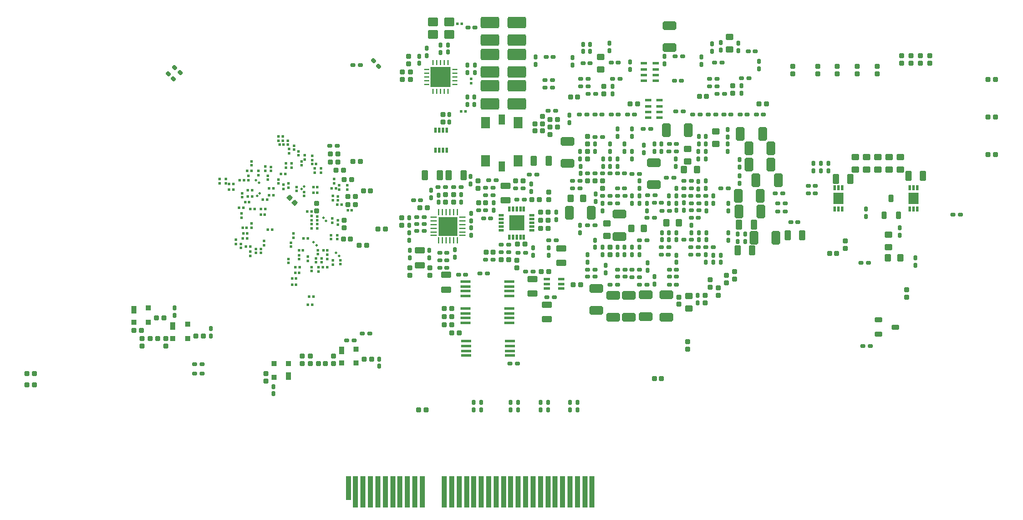
<source format=gbp>
G04 Layer_Color=128*
%FSLAX44Y44*%
%MOMM*%
G71*
G01*
G75*
G04:AMPARAMS|DCode=17|XSize=0.5mm|YSize=0.6mm|CornerRadius=0.05mm|HoleSize=0mm|Usage=FLASHONLY|Rotation=90.000|XOffset=0mm|YOffset=0mm|HoleType=Round|Shape=RoundedRectangle|*
%AMROUNDEDRECTD17*
21,1,0.5000,0.5000,0,0,90.0*
21,1,0.4000,0.6000,0,0,90.0*
1,1,0.1000,0.2500,0.2000*
1,1,0.1000,0.2500,-0.2000*
1,1,0.1000,-0.2500,-0.2000*
1,1,0.1000,-0.2500,0.2000*
%
%ADD17ROUNDEDRECTD17*%
G04:AMPARAMS|DCode=20|XSize=0.5mm|YSize=0.6mm|CornerRadius=0.05mm|HoleSize=0mm|Usage=FLASHONLY|Rotation=0.000|XOffset=0mm|YOffset=0mm|HoleType=Round|Shape=RoundedRectangle|*
%AMROUNDEDRECTD20*
21,1,0.5000,0.5000,0,0,0.0*
21,1,0.4000,0.6000,0,0,0.0*
1,1,0.1000,0.2000,-0.2500*
1,1,0.1000,-0.2000,-0.2500*
1,1,0.1000,-0.2000,0.2500*
1,1,0.1000,0.2000,0.2500*
%
%ADD20ROUNDEDRECTD20*%
G04:AMPARAMS|DCode=22|XSize=0.5mm|YSize=0.6mm|CornerRadius=0.05mm|HoleSize=0mm|Usage=FLASHONLY|Rotation=45.000|XOffset=0mm|YOffset=0mm|HoleType=Round|Shape=RoundedRectangle|*
%AMROUNDEDRECTD22*
21,1,0.5000,0.5000,0,0,45.0*
21,1,0.4000,0.6000,0,0,45.0*
1,1,0.1000,0.3182,-0.0354*
1,1,0.1000,0.0354,-0.3182*
1,1,0.1000,-0.3182,0.0354*
1,1,0.1000,-0.0354,0.3182*
%
%ADD22ROUNDEDRECTD22*%
G04:AMPARAMS|DCode=27|XSize=1mm|YSize=0.9mm|CornerRadius=0.1125mm|HoleSize=0mm|Usage=FLASHONLY|Rotation=0.000|XOffset=0mm|YOffset=0mm|HoleType=Round|Shape=RoundedRectangle|*
%AMROUNDEDRECTD27*
21,1,1.0000,0.6750,0,0,0.0*
21,1,0.7750,0.9000,0,0,0.0*
1,1,0.2250,0.3875,-0.3375*
1,1,0.2250,-0.3875,-0.3375*
1,1,0.2250,-0.3875,0.3375*
1,1,0.2250,0.3875,0.3375*
%
%ADD27ROUNDEDRECTD27*%
G04:AMPARAMS|DCode=28|XSize=0.6mm|YSize=0.6mm|CornerRadius=0.06mm|HoleSize=0mm|Usage=FLASHONLY|Rotation=90.000|XOffset=0mm|YOffset=0mm|HoleType=Round|Shape=RoundedRectangle|*
%AMROUNDEDRECTD28*
21,1,0.6000,0.4800,0,0,90.0*
21,1,0.4800,0.6000,0,0,90.0*
1,1,0.1200,0.2400,0.2400*
1,1,0.1200,0.2400,-0.2400*
1,1,0.1200,-0.2400,-0.2400*
1,1,0.1200,-0.2400,0.2400*
%
%ADD28ROUNDEDRECTD28*%
%ADD33R,0.3000X0.7000*%
%ADD34R,0.7000X0.3000*%
G04:AMPARAMS|DCode=36|XSize=0.6mm|YSize=0.6mm|CornerRadius=0.06mm|HoleSize=0mm|Usage=FLASHONLY|Rotation=0.000|XOffset=0mm|YOffset=0mm|HoleType=Round|Shape=RoundedRectangle|*
%AMROUNDEDRECTD36*
21,1,0.6000,0.4800,0,0,0.0*
21,1,0.4800,0.6000,0,0,0.0*
1,1,0.1200,0.2400,-0.2400*
1,1,0.1200,-0.2400,-0.2400*
1,1,0.1200,-0.2400,0.2400*
1,1,0.1200,0.2400,0.2400*
%
%ADD36ROUNDEDRECTD36*%
G04:AMPARAMS|DCode=41|XSize=1.3mm|YSize=0.8mm|CornerRadius=0.1mm|HoleSize=0mm|Usage=FLASHONLY|Rotation=90.000|XOffset=0mm|YOffset=0mm|HoleType=Round|Shape=RoundedRectangle|*
%AMROUNDEDRECTD41*
21,1,1.3000,0.6000,0,0,90.0*
21,1,1.1000,0.8000,0,0,90.0*
1,1,0.2000,0.3000,0.5500*
1,1,0.2000,0.3000,-0.5500*
1,1,0.2000,-0.3000,-0.5500*
1,1,0.2000,-0.3000,0.5500*
%
%ADD41ROUNDEDRECTD41*%
G04:AMPARAMS|DCode=50|XSize=1.8mm|YSize=1.15mm|CornerRadius=0.1437mm|HoleSize=0mm|Usage=FLASHONLY|Rotation=0.000|XOffset=0mm|YOffset=0mm|HoleType=Round|Shape=RoundedRectangle|*
%AMROUNDEDRECTD50*
21,1,1.8000,0.8625,0,0,0.0*
21,1,1.5125,1.1500,0,0,0.0*
1,1,0.2875,0.7562,-0.4313*
1,1,0.2875,-0.7562,-0.4313*
1,1,0.2875,-0.7562,0.4313*
1,1,0.2875,0.7562,0.4313*
%
%ADD50ROUNDEDRECTD50*%
G04:AMPARAMS|DCode=51|XSize=1.3mm|YSize=0.8mm|CornerRadius=0.1mm|HoleSize=0mm|Usage=FLASHONLY|Rotation=180.000|XOffset=0mm|YOffset=0mm|HoleType=Round|Shape=RoundedRectangle|*
%AMROUNDEDRECTD51*
21,1,1.3000,0.6000,0,0,180.0*
21,1,1.1000,0.8000,0,0,180.0*
1,1,0.2000,-0.5500,0.3000*
1,1,0.2000,0.5500,0.3000*
1,1,0.2000,0.5500,-0.3000*
1,1,0.2000,-0.5500,-0.3000*
%
%ADD51ROUNDEDRECTD51*%
G04:AMPARAMS|DCode=59|XSize=0.6mm|YSize=0.6mm|CornerRadius=0.06mm|HoleSize=0mm|Usage=FLASHONLY|Rotation=45.000|XOffset=0mm|YOffset=0mm|HoleType=Round|Shape=RoundedRectangle|*
%AMROUNDEDRECTD59*
21,1,0.6000,0.4800,0,0,45.0*
21,1,0.4800,0.6000,0,0,45.0*
1,1,0.1200,0.3394,0.0000*
1,1,0.1200,0.0000,-0.3394*
1,1,0.1200,-0.3394,0.0000*
1,1,0.1200,0.0000,0.3394*
%
%ADD59ROUNDEDRECTD59*%
G04:AMPARAMS|DCode=67|XSize=1.8mm|YSize=1.15mm|CornerRadius=0.1437mm|HoleSize=0mm|Usage=FLASHONLY|Rotation=270.000|XOffset=0mm|YOffset=0mm|HoleType=Round|Shape=RoundedRectangle|*
%AMROUNDEDRECTD67*
21,1,1.8000,0.8625,0,0,270.0*
21,1,1.5125,1.1500,0,0,270.0*
1,1,0.2875,-0.4313,-0.7562*
1,1,0.2875,-0.4313,0.7562*
1,1,0.2875,0.4313,0.7562*
1,1,0.2875,0.4313,-0.7562*
%
%ADD67ROUNDEDRECTD67*%
%ADD69R,0.7000X4.2000*%
%ADD70R,0.7000X3.2000*%
G04:AMPARAMS|DCode=75|XSize=1mm|YSize=0.9mm|CornerRadius=0.1125mm|HoleSize=0mm|Usage=FLASHONLY|Rotation=90.000|XOffset=0mm|YOffset=0mm|HoleType=Round|Shape=RoundedRectangle|*
%AMROUNDEDRECTD75*
21,1,1.0000,0.6750,0,0,90.0*
21,1,0.7750,0.9000,0,0,90.0*
1,1,0.2250,0.3375,0.3875*
1,1,0.2250,0.3375,-0.3875*
1,1,0.2250,-0.3375,-0.3875*
1,1,0.2250,-0.3375,0.3875*
%
%ADD75ROUNDEDRECTD75*%
%ADD82R,0.9500X0.4000*%
%ADD130R,0.7000X1.0000*%
%ADD131R,0.7000X0.7000*%
%ADD132R,0.8500X0.4000*%
%ADD133R,1.3500X1.6500*%
G04:AMPARAMS|DCode=134|XSize=0.6mm|YSize=1mm|CornerRadius=0.075mm|HoleSize=0mm|Usage=FLASHONLY|Rotation=180.000|XOffset=0mm|YOffset=0mm|HoleType=Round|Shape=RoundedRectangle|*
%AMROUNDEDRECTD134*
21,1,0.6000,0.8500,0,0,180.0*
21,1,0.4500,1.0000,0,0,180.0*
1,1,0.1500,-0.2250,0.4250*
1,1,0.1500,0.2250,0.4250*
1,1,0.1500,0.2250,-0.4250*
1,1,0.1500,-0.2250,-0.4250*
%
%ADD134ROUNDEDRECTD134*%
%ADD135R,0.3500X0.3000*%
%ADD136R,0.3000X0.3500*%
%ADD137R,2.1000X2.1000*%
%ADD138R,1.2000X1.5000*%
%ADD139R,0.9000X1.4000*%
G04:AMPARAMS|DCode=140|XSize=0.3mm|YSize=0.35mm|CornerRadius=0mm|HoleSize=0mm|Usage=FLASHONLY|Rotation=315.000|XOffset=0mm|YOffset=0mm|HoleType=Round|Shape=Rectangle|*
%AMROTATEDRECTD140*
4,1,4,-0.2298,-0.0177,0.0177,0.2298,0.2298,0.0177,-0.0177,-0.2298,-0.2298,-0.0177,0.0*
%
%ADD140ROTATEDRECTD140*%

G04:AMPARAMS|DCode=141|XSize=0.3mm|YSize=0.35mm|CornerRadius=0mm|HoleSize=0mm|Usage=FLASHONLY|Rotation=45.000|XOffset=0mm|YOffset=0mm|HoleType=Round|Shape=Rectangle|*
%AMROTATEDRECTD141*
4,1,4,0.0177,-0.2298,-0.2298,0.0177,-0.0177,0.2298,0.2298,-0.0177,0.0177,-0.2298,0.0*
%
%ADD141ROTATEDRECTD141*%

G04:AMPARAMS|DCode=142|XSize=1.4mm|YSize=1.2mm|CornerRadius=0.15mm|HoleSize=0mm|Usage=FLASHONLY|Rotation=180.000|XOffset=0mm|YOffset=0mm|HoleType=Round|Shape=RoundedRectangle|*
%AMROUNDEDRECTD142*
21,1,1.4000,0.9000,0,0,180.0*
21,1,1.1000,1.2000,0,0,180.0*
1,1,0.3000,-0.5500,0.4500*
1,1,0.3000,0.5500,0.4500*
1,1,0.3000,0.5500,-0.4500*
1,1,0.3000,-0.5500,-0.4500*
%
%ADD142ROUNDEDRECTD142*%
%ADD143R,2.6000X2.6000*%
%ADD144O,0.9000X0.2500*%
%ADD145O,0.2500X0.9000*%
%ADD146R,1.4000X0.4500*%
%ADD147R,2.7000X2.7000*%
%ADD148R,0.8000X0.2500*%
%ADD149R,0.2500X0.8000*%
G04:AMPARAMS|DCode=150|XSize=0.6mm|YSize=1mm|CornerRadius=0.075mm|HoleSize=0mm|Usage=FLASHONLY|Rotation=90.000|XOffset=0mm|YOffset=0mm|HoleType=Round|Shape=RoundedRectangle|*
%AMROUNDEDRECTD150*
21,1,0.6000,0.8500,0,0,90.0*
21,1,0.4500,1.0000,0,0,90.0*
1,1,0.1500,0.4250,0.2250*
1,1,0.1500,0.4250,-0.2250*
1,1,0.1500,-0.4250,-0.2250*
1,1,0.1500,-0.4250,0.2250*
%
%ADD150ROUNDEDRECTD150*%
G04:AMPARAMS|DCode=151|XSize=2.5mm|YSize=1.5mm|CornerRadius=0.1875mm|HoleSize=0mm|Usage=FLASHONLY|Rotation=0.000|XOffset=0mm|YOffset=0mm|HoleType=Round|Shape=RoundedRectangle|*
%AMROUNDEDRECTD151*
21,1,2.5000,1.1250,0,0,0.0*
21,1,2.1250,1.5000,0,0,0.0*
1,1,0.3750,1.0625,-0.5625*
1,1,0.3750,-1.0625,-0.5625*
1,1,0.3750,-1.0625,0.5625*
1,1,0.3750,1.0625,0.5625*
%
%ADD151ROUNDEDRECTD151*%
D17*
X473106Y613106D02*
D03*
X463106D02*
D03*
X464500Y240250D02*
D03*
X454500Y240250D02*
D03*
X248450Y195750D02*
D03*
X258450D02*
D03*
X248450Y208250D02*
D03*
X258450D02*
D03*
X485500Y249250D02*
D03*
X475500D02*
D03*
X656500Y456750D02*
D03*
X646500D02*
D03*
X634750Y330750D02*
D03*
X644750D02*
D03*
X907500Y591750D02*
D03*
X897500D02*
D03*
X732750Y582000D02*
D03*
X722750D02*
D03*
X732750Y592250D02*
D03*
X722750D02*
D03*
X770250Y455750D02*
D03*
X760250D02*
D03*
X850500Y465750D02*
D03*
X840500D02*
D03*
X770250Y445750D02*
D03*
X760250D02*
D03*
X865750Y526750D02*
D03*
X855750D02*
D03*
X618226Y663985D02*
D03*
X628226D02*
D03*
X649250Y405750D02*
D03*
X639250D02*
D03*
X642500Y436750D02*
D03*
X652500D02*
D03*
X642500Y446750D02*
D03*
X652500D02*
D03*
X642500Y416250D02*
D03*
X632500D02*
D03*
X738000Y375750D02*
D03*
X728000D02*
D03*
X652500Y349500D02*
D03*
X642500D02*
D03*
X673250Y359500D02*
D03*
X663250D02*
D03*
X696000Y358500D02*
D03*
X686000D02*
D03*
X673250Y369500D02*
D03*
X663250D02*
D03*
X559500Y397500D02*
D03*
X549500D02*
D03*
X684500Y431000D02*
D03*
X694500D02*
D03*
X692750Y445750D02*
D03*
X682750D02*
D03*
X599250Y447500D02*
D03*
X609250D02*
D03*
X554500Y430000D02*
D03*
X544500D02*
D03*
X1160250Y345500D02*
D03*
X1150250D02*
D03*
X431248Y503243D02*
D03*
X441248Y503243D02*
D03*
X605500Y329000D02*
D03*
X615500D02*
D03*
X588250Y447500D02*
D03*
X578250D02*
D03*
X844000Y545500D02*
D03*
X834000D02*
D03*
X822000Y545500D02*
D03*
X812000D02*
D03*
X790000Y545500D02*
D03*
X800000D02*
D03*
X769000Y545500D02*
D03*
X779000D02*
D03*
X726750Y550750D02*
D03*
X736750D02*
D03*
X781000Y574000D02*
D03*
X791000D02*
D03*
X824250Y594250D02*
D03*
X814250D02*
D03*
X812000Y616000D02*
D03*
X822000D02*
D03*
X771000Y594000D02*
D03*
X781000D02*
D03*
Y584000D02*
D03*
X771000D02*
D03*
X734000Y624000D02*
D03*
X724000D02*
D03*
X899500Y550500D02*
D03*
X909500D02*
D03*
X953500Y546000D02*
D03*
X943500D02*
D03*
X932500D02*
D03*
X922500D02*
D03*
X964500Y546000D02*
D03*
X974500D02*
D03*
X996500Y546000D02*
D03*
X986500D02*
D03*
X1018500Y546000D02*
D03*
X1008500D02*
D03*
X965500Y574000D02*
D03*
X955500D02*
D03*
X998750Y594750D02*
D03*
X988750D02*
D03*
X945500Y584000D02*
D03*
X955500D02*
D03*
X945500Y594000D02*
D03*
X955500D02*
D03*
X908500Y624500D02*
D03*
X898500D02*
D03*
X962000Y616000D02*
D03*
X952000D02*
D03*
X1007500Y631500D02*
D03*
X997500D02*
D03*
X725390Y298570D02*
D03*
X735390D02*
D03*
X706610Y333600D02*
D03*
X696610D02*
D03*
X890250Y366250D02*
D03*
X880250D02*
D03*
X920500Y376250D02*
D03*
X910500D02*
D03*
X821000Y436000D02*
D03*
X831000D02*
D03*
X920250Y356250D02*
D03*
X930250D02*
D03*
X800500Y435500D02*
D03*
X810500D02*
D03*
X930250Y435750D02*
D03*
X940250D02*
D03*
X820500Y466000D02*
D03*
X830500D02*
D03*
X920250Y436000D02*
D03*
X910250D02*
D03*
X890750Y505750D02*
D03*
X900750D02*
D03*
X790500Y466000D02*
D03*
X780500D02*
D03*
X920500Y406000D02*
D03*
X930500D02*
D03*
X820750Y326250D02*
D03*
X830750D02*
D03*
X910750Y455750D02*
D03*
X920750D02*
D03*
X870750Y406000D02*
D03*
X860750D02*
D03*
X810500Y466000D02*
D03*
X800500D02*
D03*
X880500Y426250D02*
D03*
X870500D02*
D03*
X850750Y326000D02*
D03*
X840750D02*
D03*
X810750Y425750D02*
D03*
X820750D02*
D03*
X890500Y496000D02*
D03*
X900500D02*
D03*
X850750Y336000D02*
D03*
X840750D02*
D03*
X810750Y316000D02*
D03*
X820750D02*
D03*
X890750Y336000D02*
D03*
X900750D02*
D03*
X830750Y336250D02*
D03*
X820750D02*
D03*
X890750Y326250D02*
D03*
X900750D02*
D03*
X790500D02*
D03*
X780500D02*
D03*
X890750Y315750D02*
D03*
X900750D02*
D03*
X780500Y336000D02*
D03*
X790500D02*
D03*
X860500Y316000D02*
D03*
X850500D02*
D03*
X860250Y376000D02*
D03*
X850250D02*
D03*
X780500Y396000D02*
D03*
X790500D02*
D03*
X920500Y445750D02*
D03*
X910500D02*
D03*
X931000Y416250D02*
D03*
X921000D02*
D03*
X920750Y425750D02*
D03*
X930750D02*
D03*
X891250Y415750D02*
D03*
X881250D02*
D03*
X871250Y436250D02*
D03*
X861250D02*
D03*
X940250Y366250D02*
D03*
X950250D02*
D03*
X800750Y515750D02*
D03*
X790750D02*
D03*
X930250Y366250D02*
D03*
X920250D02*
D03*
X879750Y356250D02*
D03*
X889750D02*
D03*
X1055000Y400250D02*
D03*
X1065000D02*
D03*
X1047975Y414395D02*
D03*
X1037975D02*
D03*
X1047975Y425865D02*
D03*
X1037975D02*
D03*
X1078750Y449250D02*
D03*
X1088750D02*
D03*
X1078750Y439250D02*
D03*
X1088750D02*
D03*
X784000Y615000D02*
D03*
X774000D02*
D03*
X1275000Y410250D02*
D03*
X1285000D02*
D03*
X1162500Y232500D02*
D03*
X1152500Y232500D02*
D03*
X701750Y464750D02*
D03*
X711750D02*
D03*
X559500Y406750D02*
D03*
X549500D02*
D03*
X580000Y348750D02*
D03*
X590000D02*
D03*
X559500Y388000D02*
D03*
X549500D02*
D03*
X685000Y209000D02*
D03*
X675000D02*
D03*
X820500Y446000D02*
D03*
X830500D02*
D03*
X1034500Y439000D02*
D03*
X1044500D02*
D03*
X960500Y445750D02*
D03*
X970500D02*
D03*
X896750Y460000D02*
D03*
X886750D02*
D03*
X590000Y358750D02*
D03*
X580000D02*
D03*
X590000Y338750D02*
D03*
X580000D02*
D03*
D20*
X270500Y256000D02*
D03*
Y246000D02*
D03*
X221000Y284000D02*
D03*
Y274000D02*
D03*
X498500Y215250D02*
D03*
X498500Y205250D02*
D03*
X355500Y178000D02*
D03*
X355500Y168000D02*
D03*
X840500Y516000D02*
D03*
Y526000D02*
D03*
X810500Y496250D02*
D03*
Y506250D02*
D03*
X627515Y612500D02*
D03*
X627515Y602500D02*
D03*
X617265D02*
D03*
X617265Y612500D02*
D03*
X627265Y569476D02*
D03*
X627265Y559476D02*
D03*
X617265Y559476D02*
D03*
Y569476D02*
D03*
X653000Y416250D02*
D03*
Y426250D02*
D03*
X593500Y535500D02*
D03*
Y545500D02*
D03*
X738000Y413500D02*
D03*
Y403500D02*
D03*
X706250Y355500D02*
D03*
Y365500D02*
D03*
X704000Y441500D02*
D03*
Y451500D02*
D03*
X622500Y392250D02*
D03*
Y382250D02*
D03*
X609500Y427125D02*
D03*
Y437125D02*
D03*
X578750Y427000D02*
D03*
Y437000D02*
D03*
X727500Y355500D02*
D03*
Y365500D02*
D03*
X622500Y412125D02*
D03*
Y402125D02*
D03*
X591500Y640250D02*
D03*
Y630250D02*
D03*
X581500Y640000D02*
D03*
Y630000D02*
D03*
X539750Y351750D02*
D03*
Y361750D02*
D03*
X1224244Y351756D02*
D03*
Y341756D02*
D03*
X563000Y625500D02*
D03*
Y635500D02*
D03*
X552500Y615000D02*
D03*
X552500Y625000D02*
D03*
X774000Y641000D02*
D03*
Y631000D02*
D03*
X784000Y641000D02*
D03*
Y631000D02*
D03*
X810000Y642000D02*
D03*
Y632000D02*
D03*
X755750Y535250D02*
D03*
Y545250D02*
D03*
X814000Y584000D02*
D03*
Y574000D02*
D03*
X838000Y607000D02*
D03*
Y617000D02*
D03*
X760000Y613000D02*
D03*
Y623000D02*
D03*
X710000Y614000D02*
D03*
Y624000D02*
D03*
X988500Y584500D02*
D03*
Y574500D02*
D03*
X884500Y614500D02*
D03*
Y624500D02*
D03*
X934500Y613500D02*
D03*
Y623500D02*
D03*
X960500Y643500D02*
D03*
Y633500D02*
D03*
X948500Y641500D02*
D03*
Y631500D02*
D03*
X984500Y642500D02*
D03*
Y632500D02*
D03*
X1012500Y607500D02*
D03*
Y617500D02*
D03*
X900500Y355750D02*
D03*
Y345750D02*
D03*
X890250Y386250D02*
D03*
Y376250D02*
D03*
X880740Y386250D02*
D03*
Y376250D02*
D03*
X850750Y456250D02*
D03*
Y446250D02*
D03*
X900500Y386250D02*
D03*
Y376250D02*
D03*
X840750Y496000D02*
D03*
Y486000D02*
D03*
X890250Y436000D02*
D03*
Y426000D02*
D03*
X910500Y416250D02*
D03*
Y426250D02*
D03*
X880500Y496000D02*
D03*
Y506000D02*
D03*
X870500Y496000D02*
D03*
Y506000D02*
D03*
X770250Y396000D02*
D03*
Y386000D02*
D03*
X900500Y416000D02*
D03*
Y426000D02*
D03*
X791000Y438000D02*
D03*
Y428000D02*
D03*
X960250Y355750D02*
D03*
Y345750D02*
D03*
X820500Y516000D02*
D03*
Y526000D02*
D03*
X930500Y486000D02*
D03*
Y496000D02*
D03*
X820500Y356250D02*
D03*
Y366250D02*
D03*
X850750Y366000D02*
D03*
Y356000D02*
D03*
X929250Y301000D02*
D03*
Y291000D02*
D03*
X900000Y476000D02*
D03*
Y486000D02*
D03*
X940500Y346000D02*
D03*
Y356000D02*
D03*
Y495750D02*
D03*
Y485750D02*
D03*
X780500Y346000D02*
D03*
Y356000D02*
D03*
X983500Y374000D02*
D03*
Y384000D02*
D03*
X930750Y516250D02*
D03*
Y506250D02*
D03*
X790750Y496000D02*
D03*
Y506000D02*
D03*
X970250Y525750D02*
D03*
Y515750D02*
D03*
X970000Y506000D02*
D03*
Y496000D02*
D03*
X985750Y453000D02*
D03*
Y463000D02*
D03*
Y484500D02*
D03*
Y474500D02*
D03*
X800500Y356000D02*
D03*
Y366000D02*
D03*
X971000Y376000D02*
D03*
Y386000D02*
D03*
X830500Y506000D02*
D03*
Y496000D02*
D03*
X950500Y426000D02*
D03*
Y436000D02*
D03*
X860750Y425750D02*
D03*
Y415750D02*
D03*
X801000Y476000D02*
D03*
Y486000D02*
D03*
X940000Y446000D02*
D03*
Y456000D02*
D03*
X940750Y386250D02*
D03*
Y376250D02*
D03*
X820750Y476000D02*
D03*
Y486000D02*
D03*
X920500Y395750D02*
D03*
Y385750D02*
D03*
X930500Y445500D02*
D03*
Y455500D02*
D03*
X930750Y386250D02*
D03*
Y376250D02*
D03*
X850750Y425750D02*
D03*
Y435750D02*
D03*
X840750Y366500D02*
D03*
Y356500D02*
D03*
X840500Y425500D02*
D03*
Y435500D02*
D03*
X800750Y425750D02*
D03*
Y415750D02*
D03*
X970750D02*
D03*
Y425750D02*
D03*
X770000Y486000D02*
D03*
Y496000D02*
D03*
X810500Y485500D02*
D03*
Y475500D02*
D03*
X771000Y466000D02*
D03*
Y476000D02*
D03*
X830500Y356250D02*
D03*
Y366250D02*
D03*
X790500Y366000D02*
D03*
Y376000D02*
D03*
X870500Y326500D02*
D03*
Y316500D02*
D03*
X900500Y446000D02*
D03*
Y436000D02*
D03*
X940500Y516250D02*
D03*
Y506250D02*
D03*
X940750Y425750D02*
D03*
Y415750D02*
D03*
X993250Y374000D02*
D03*
Y384000D02*
D03*
X1086000Y479750D02*
D03*
Y469750D02*
D03*
X1096000D02*
D03*
Y479750D02*
D03*
X1106000Y479750D02*
D03*
Y469750D02*
D03*
X636500Y146500D02*
D03*
Y156500D02*
D03*
X626500Y146500D02*
D03*
Y156500D02*
D03*
X676500Y146500D02*
D03*
Y156500D02*
D03*
X686500Y146500D02*
D03*
Y156500D02*
D03*
X716500Y146500D02*
D03*
Y156500D02*
D03*
X726500Y146500D02*
D03*
Y156500D02*
D03*
X766500Y146500D02*
D03*
Y156500D02*
D03*
X756500Y146500D02*
D03*
Y156500D02*
D03*
X1203000Y382250D02*
D03*
Y392250D02*
D03*
X1157250Y418000D02*
D03*
Y408000D02*
D03*
X566250Y361750D02*
D03*
Y351750D02*
D03*
X568750Y443125D02*
D03*
Y433125D02*
D03*
X600500Y353250D02*
D03*
Y363250D02*
D03*
X539000Y396250D02*
D03*
Y406250D02*
D03*
X538750Y386000D02*
D03*
Y376000D02*
D03*
X622250Y452250D02*
D03*
Y462250D02*
D03*
X804750Y341750D02*
D03*
Y331750D02*
D03*
X856750Y494500D02*
D03*
Y504500D02*
D03*
X950500Y355750D02*
D03*
Y345750D02*
D03*
X861500Y345000D02*
D03*
Y335000D02*
D03*
D22*
X490394Y618445D02*
D03*
X497465Y611374D02*
D03*
X221588Y609751D02*
D03*
X228659Y602680D02*
D03*
X212749Y600912D02*
D03*
X219820Y593841D02*
D03*
D27*
X798250Y623500D02*
D03*
Y606500D02*
D03*
X972500Y634000D02*
D03*
Y651000D02*
D03*
X806250Y381750D02*
D03*
X806250Y398750D02*
D03*
X915500Y499500D02*
D03*
Y482500D02*
D03*
X953500Y506000D02*
D03*
Y523000D02*
D03*
X917250Y300250D02*
D03*
Y283250D02*
D03*
X1187250Y383250D02*
D03*
Y366250D02*
D03*
X1142600Y488640D02*
D03*
Y471640D02*
D03*
X1157800Y488640D02*
D03*
Y471640D02*
D03*
X1173000Y488640D02*
D03*
Y471640D02*
D03*
X1188200Y488640D02*
D03*
Y471640D02*
D03*
X1203400Y488640D02*
D03*
Y471640D02*
D03*
D28*
X478025Y215235D02*
D03*
X488025D02*
D03*
X425743Y209250D02*
D03*
X415743D02*
D03*
X250025Y245985D02*
D03*
X260025D02*
D03*
X207025Y270485D02*
D03*
X197025D02*
D03*
X176250Y253750D02*
D03*
X166250D02*
D03*
X198250Y242750D02*
D03*
X188250D02*
D03*
X606250Y250500D02*
D03*
X596250D02*
D03*
X586250Y272250D02*
D03*
X596250D02*
D03*
X880500Y188250D02*
D03*
X870500D02*
D03*
X32000Y180000D02*
D03*
X22000D02*
D03*
Y195000D02*
D03*
X32000D02*
D03*
X729500Y528750D02*
D03*
X739500D02*
D03*
X596250Y283000D02*
D03*
X586250D02*
D03*
X596250Y261500D02*
D03*
X586250D02*
D03*
X1332500Y491643D02*
D03*
X1322500D02*
D03*
X760500Y316000D02*
D03*
X770500D02*
D03*
X790500Y456000D02*
D03*
X780500D02*
D03*
X442250Y481750D02*
D03*
X432250D02*
D03*
X472500Y482250D02*
D03*
X462500D02*
D03*
X716500Y413500D02*
D03*
X726500D02*
D03*
X716500Y402500D02*
D03*
X726500D02*
D03*
X716500Y391500D02*
D03*
X726500D02*
D03*
X632500Y426750D02*
D03*
X642500D02*
D03*
X729500Y539500D02*
D03*
X739500D02*
D03*
X663250Y349750D02*
D03*
X673250D02*
D03*
X652750Y359250D02*
D03*
X642750D02*
D03*
X695250Y371000D02*
D03*
X685250D02*
D03*
X705000Y431000D02*
D03*
X715000D02*
D03*
X692750Y456250D02*
D03*
X682750D02*
D03*
X709250Y533500D02*
D03*
X719250D02*
D03*
X455740Y424063D02*
D03*
X465740D02*
D03*
X449740Y377063D02*
D03*
X459740D02*
D03*
X1107500Y357500D02*
D03*
X1117500Y357500D02*
D03*
X442250Y492750D02*
D03*
X432250D02*
D03*
X450250Y470750D02*
D03*
X440250D02*
D03*
X450750Y458000D02*
D03*
X460750D02*
D03*
X455750Y435000D02*
D03*
X465750D02*
D03*
X476750Y442500D02*
D03*
X486750D02*
D03*
X471000Y369000D02*
D03*
X481000D02*
D03*
X496500Y391000D02*
D03*
X506500D02*
D03*
X838000Y560000D02*
D03*
X848000D02*
D03*
X757000Y570000D02*
D03*
X767000D02*
D03*
X1012500Y560500D02*
D03*
X1022500D02*
D03*
X931500Y570500D02*
D03*
X941500D02*
D03*
X727610Y333600D02*
D03*
X717610D02*
D03*
X552000Y146500D02*
D03*
X562000D02*
D03*
X1322500Y542500D02*
D03*
X1332500Y542500D02*
D03*
X1322500Y593357D02*
D03*
X1332500D02*
D03*
X563500Y419500D02*
D03*
X553500D02*
D03*
D33*
X1216000Y447100D02*
D03*
X1221000D02*
D03*
X1226000D02*
D03*
X1216000Y418400D02*
D03*
X1221000D02*
D03*
X1226000D02*
D03*
X1114500Y447100D02*
D03*
X1119500D02*
D03*
X1124500D02*
D03*
X1114500Y418400D02*
D03*
X1119500D02*
D03*
X1124500D02*
D03*
X674250Y380250D02*
D03*
X679250D02*
D03*
X684250D02*
D03*
X689250D02*
D03*
X694250D02*
D03*
Y418250D02*
D03*
X689250D02*
D03*
X684250D02*
D03*
X679250D02*
D03*
X674250D02*
D03*
X574750Y524500D02*
D03*
X579750D02*
D03*
X584750D02*
D03*
X589750D02*
D03*
X574750Y497500D02*
D03*
X579750Y497500D02*
D03*
X584750Y497500D02*
D03*
X589750D02*
D03*
D34*
X704750Y389250D02*
D03*
Y394250D02*
D03*
Y399250D02*
D03*
Y404250D02*
D03*
Y409250D02*
D03*
X663750D02*
D03*
Y404250D02*
D03*
Y399250D02*
D03*
Y394250D02*
D03*
Y389250D02*
D03*
D36*
X344990Y185560D02*
D03*
Y195560D02*
D03*
X436743Y209250D02*
D03*
Y219250D02*
D03*
X393743D02*
D03*
Y209250D02*
D03*
X404743D02*
D03*
Y219250D02*
D03*
X177250Y242750D02*
D03*
Y232750D02*
D03*
X209250Y242750D02*
D03*
X209250Y232750D02*
D03*
X537985Y624225D02*
D03*
Y614225D02*
D03*
X1128750Y365000D02*
D03*
Y375000D02*
D03*
X939750Y301000D02*
D03*
Y291000D02*
D03*
X810500Y356000D02*
D03*
Y366000D02*
D03*
X780500Y516000D02*
D03*
Y506000D02*
D03*
Y486000D02*
D03*
Y496000D02*
D03*
X800750Y446250D02*
D03*
Y456250D02*
D03*
X916000Y238500D02*
D03*
Y228500D02*
D03*
X719250Y523500D02*
D03*
Y533500D02*
D03*
X584250Y535500D02*
D03*
Y545500D02*
D03*
X709250Y533500D02*
D03*
Y523500D02*
D03*
X727750Y440500D02*
D03*
Y430500D02*
D03*
X729500Y518750D02*
D03*
Y528750D02*
D03*
X599250Y427125D02*
D03*
Y437125D02*
D03*
X588250Y427125D02*
D03*
Y437125D02*
D03*
X719250Y543500D02*
D03*
Y533500D02*
D03*
X413740Y415563D02*
D03*
Y425563D02*
D03*
X451000Y402750D02*
D03*
Y392750D02*
D03*
X566500Y338250D02*
D03*
X566500Y328250D02*
D03*
X539500Y338250D02*
D03*
Y328250D02*
D03*
X1212244Y299006D02*
D03*
Y309006D02*
D03*
X631645Y455821D02*
D03*
Y445821D02*
D03*
X802000Y574000D02*
D03*
Y584000D02*
D03*
X976500Y574500D02*
D03*
Y584500D02*
D03*
X904000Y289000D02*
D03*
Y299000D02*
D03*
X957250Y311000D02*
D03*
Y301000D02*
D03*
X945750Y322250D02*
D03*
Y312250D02*
D03*
X968250Y318250D02*
D03*
Y328250D02*
D03*
X979250Y333000D02*
D03*
Y323000D02*
D03*
X684250Y338500D02*
D03*
Y348500D02*
D03*
X1057699Y601250D02*
D03*
Y611250D02*
D03*
X1092000Y601250D02*
D03*
Y611250D02*
D03*
X1117950Y601250D02*
D03*
X1117950Y611250D02*
D03*
X1145000Y601250D02*
D03*
Y611250D02*
D03*
X1172000Y601250D02*
D03*
Y611250D02*
D03*
X1205301Y615250D02*
D03*
Y625250D02*
D03*
X1218001Y615250D02*
D03*
Y625250D02*
D03*
X1230701Y615250D02*
D03*
Y625250D02*
D03*
X1243401Y615250D02*
D03*
Y625250D02*
D03*
X528500Y406000D02*
D03*
Y396000D02*
D03*
X540250Y593250D02*
D03*
Y603250D02*
D03*
X529250D02*
D03*
Y593250D02*
D03*
D41*
X592250Y464000D02*
D03*
X612250D02*
D03*
X580500Y463750D02*
D03*
X560500D02*
D03*
X707750Y483250D02*
D03*
X727750Y483250D02*
D03*
X1050750Y382250D02*
D03*
X1070750D02*
D03*
X1003000Y361750D02*
D03*
X983000D02*
D03*
X985500Y396750D02*
D03*
X1005500D02*
D03*
X1234250Y463250D02*
D03*
X1214250D02*
D03*
X1116000Y459000D02*
D03*
X1136000D02*
D03*
D50*
X891250Y666250D02*
D03*
Y636250D02*
D03*
X870000Y481000D02*
D03*
Y451000D02*
D03*
X823500Y411000D02*
D03*
Y381000D02*
D03*
X887250Y301750D02*
D03*
Y271750D02*
D03*
X859000Y302250D02*
D03*
Y272250D02*
D03*
X836000Y301500D02*
D03*
Y271500D02*
D03*
X814750Y301500D02*
D03*
Y271500D02*
D03*
X792250Y310500D02*
D03*
Y280500D02*
D03*
X753500Y479750D02*
D03*
Y509750D02*
D03*
D51*
X725250Y268710D02*
D03*
Y288710D02*
D03*
X706000Y303540D02*
D03*
Y323540D02*
D03*
X589000Y309000D02*
D03*
Y329000D02*
D03*
X669500Y449500D02*
D03*
Y429500D02*
D03*
X553000Y341750D02*
D03*
Y361750D02*
D03*
X745000Y365000D02*
D03*
Y345000D02*
D03*
D59*
X376964Y433536D02*
D03*
X384036Y426465D02*
D03*
D67*
X785500Y413250D02*
D03*
X755500D02*
D03*
X1035250Y379000D02*
D03*
X1005250D02*
D03*
X984750Y414750D02*
D03*
X1014750D02*
D03*
X984250Y435750D02*
D03*
X1014250D02*
D03*
X1008250Y457250D02*
D03*
X1038250D02*
D03*
X998250Y478500D02*
D03*
X1028250D02*
D03*
X998250Y499750D02*
D03*
X1028250D02*
D03*
X987000Y519250D02*
D03*
X1017000D02*
D03*
X886500Y524500D02*
D03*
X916500D02*
D03*
D69*
X756500Y35000D02*
D03*
X766500D02*
D03*
X706500D02*
D03*
X686500D02*
D03*
X656500D02*
D03*
X786500D02*
D03*
X726500D02*
D03*
X736500D02*
D03*
X776500D02*
D03*
X746500D02*
D03*
X676500D02*
D03*
X696500D02*
D03*
X666500D02*
D03*
X716500D02*
D03*
X636500D02*
D03*
X536500D02*
D03*
X626500D02*
D03*
X596500D02*
D03*
X466500D02*
D03*
X486500D02*
D03*
X556500D02*
D03*
X526500D02*
D03*
X586500D02*
D03*
X616500D02*
D03*
X506500D02*
D03*
X516500D02*
D03*
X546500D02*
D03*
X476500D02*
D03*
X496500D02*
D03*
X606500D02*
D03*
X646500D02*
D03*
D70*
X456500Y40000D02*
D03*
D75*
X1186300Y351800D02*
D03*
X1203300D02*
D03*
X856500Y391750D02*
D03*
X839500D02*
D03*
X904000Y399500D02*
D03*
X887000D02*
D03*
X774000Y432500D02*
D03*
X757000D02*
D03*
X911000Y471750D02*
D03*
X928000D02*
D03*
D82*
X856250Y591250D02*
D03*
Y599250D02*
D03*
X856250Y607250D02*
D03*
Y615250D02*
D03*
X872250Y591250D02*
D03*
X872250Y599250D02*
D03*
Y607250D02*
D03*
Y615250D02*
D03*
X862000Y541250D02*
D03*
X862000Y549250D02*
D03*
Y557250D02*
D03*
Y565250D02*
D03*
X878000Y541250D02*
D03*
Y549250D02*
D03*
Y557250D02*
D03*
X878000Y565250D02*
D03*
D130*
X375765Y192075D02*
D03*
X447250Y226750D02*
D03*
X219250Y260000D02*
D03*
X166250Y282000D02*
D03*
D131*
X375765Y209325D02*
D03*
X356015Y209075D02*
D03*
X356015Y190075D02*
D03*
X447250Y209500D02*
D03*
X467000Y209750D02*
D03*
Y228750D02*
D03*
X219250Y242750D02*
D03*
X239000Y243000D02*
D03*
X239000Y262000D02*
D03*
X166250Y264750D02*
D03*
X186000Y265000D02*
D03*
X186000Y284000D02*
D03*
D132*
X744250Y323250D02*
D03*
Y316750D02*
D03*
Y310250D02*
D03*
X725250D02*
D03*
Y316750D02*
D03*
Y323250D02*
D03*
D133*
X1221000Y432750D02*
D03*
X1119500Y432750D02*
D03*
D134*
X1191250Y432750D02*
D03*
X1181750Y409750D02*
D03*
X1200750D02*
D03*
D135*
X622515Y594026D02*
D03*
Y588426D02*
D03*
X406990Y397363D02*
D03*
Y391763D02*
D03*
X414500Y397363D02*
D03*
Y391763D02*
D03*
X442290Y396963D02*
D03*
Y402563D02*
D03*
X434490Y399763D02*
D03*
Y405363D02*
D03*
X414500Y408267D02*
D03*
Y402667D02*
D03*
X406990Y408363D02*
D03*
Y402763D02*
D03*
X442500Y435350D02*
D03*
Y429750D02*
D03*
X435240Y435437D02*
D03*
Y429837D02*
D03*
X444490Y449863D02*
D03*
Y444263D02*
D03*
X437500Y452900D02*
D03*
Y458500D02*
D03*
X419240Y467513D02*
D03*
Y473113D02*
D03*
X411240Y472863D02*
D03*
Y467263D02*
D03*
X407690Y489813D02*
D03*
Y484213D02*
D03*
X397937Y490790D02*
D03*
Y485190D02*
D03*
X388820Y496030D02*
D03*
Y490430D02*
D03*
X376250Y499350D02*
D03*
Y493750D02*
D03*
X455000Y449850D02*
D03*
Y444250D02*
D03*
X441750Y382663D02*
D03*
Y377063D02*
D03*
X433250Y382663D02*
D03*
Y377063D02*
D03*
X378990Y372663D02*
D03*
Y367063D02*
D03*
X382500Y384600D02*
D03*
Y379000D02*
D03*
X389940Y349963D02*
D03*
Y355563D02*
D03*
X401990Y347763D02*
D03*
Y353363D02*
D03*
X412740Y345763D02*
D03*
Y351363D02*
D03*
X414990Y356763D02*
D03*
Y362363D02*
D03*
X420490Y345763D02*
D03*
Y351363D02*
D03*
X428000Y350400D02*
D03*
Y356000D02*
D03*
X435740Y348613D02*
D03*
Y343013D02*
D03*
X445750Y343150D02*
D03*
Y348750D02*
D03*
X416240Y339313D02*
D03*
Y333713D02*
D03*
X407240Y333963D02*
D03*
Y339563D02*
D03*
X375490Y345013D02*
D03*
Y350613D02*
D03*
X367813Y516310D02*
D03*
Y510710D02*
D03*
X344240Y475363D02*
D03*
Y469763D02*
D03*
X352000Y475113D02*
D03*
Y469513D02*
D03*
X334760Y463887D02*
D03*
Y469487D02*
D03*
X379740Y479613D02*
D03*
Y474013D02*
D03*
X371990Y479613D02*
D03*
Y474013D02*
D03*
X347990Y463113D02*
D03*
Y457513D02*
D03*
X325540Y482663D02*
D03*
Y477063D02*
D03*
X396740Y441063D02*
D03*
Y435463D02*
D03*
X386480Y442213D02*
D03*
Y447813D02*
D03*
X375313Y446960D02*
D03*
Y452560D02*
D03*
X368813Y450790D02*
D03*
Y445190D02*
D03*
X361990Y452335D02*
D03*
Y457934D02*
D03*
X321290Y462863D02*
D03*
Y457263D02*
D03*
X290536Y458704D02*
D03*
Y453104D02*
D03*
X282313Y458560D02*
D03*
Y452960D02*
D03*
X313250Y433900D02*
D03*
Y439500D02*
D03*
X311690Y412063D02*
D03*
Y406463D02*
D03*
X325750Y398277D02*
D03*
Y392677D02*
D03*
X303990Y371013D02*
D03*
Y376613D02*
D03*
X311500Y365200D02*
D03*
Y370800D02*
D03*
X338390Y358613D02*
D03*
Y364213D02*
D03*
X342740Y369213D02*
D03*
Y374813D02*
D03*
X331340Y364213D02*
D03*
Y358613D02*
D03*
X323790Y360250D02*
D03*
Y354650D02*
D03*
X393240Y482613D02*
D03*
Y477013D02*
D03*
X361633Y510496D02*
D03*
Y516096D02*
D03*
X382750Y498200D02*
D03*
Y503800D02*
D03*
X374860Y504904D02*
D03*
Y510504D02*
D03*
D136*
X609776Y668985D02*
D03*
X604176D02*
D03*
X615026Y549985D02*
D03*
X609426Y549985D02*
D03*
X401190Y414813D02*
D03*
X406790D02*
D03*
X447540Y423563D02*
D03*
X441940D02*
D03*
X409190Y440313D02*
D03*
X414790D02*
D03*
Y448063D02*
D03*
X409190D02*
D03*
X439850Y446363D02*
D03*
X434250D02*
D03*
X413040Y479313D02*
D03*
X407440D02*
D03*
X461140Y416013D02*
D03*
X455540D02*
D03*
X395824Y378313D02*
D03*
X401424D02*
D03*
X395350Y361750D02*
D03*
X389750D02*
D03*
X428340Y362363D02*
D03*
X422740D02*
D03*
X428090Y339313D02*
D03*
X422490D02*
D03*
X384750Y339500D02*
D03*
X390350D02*
D03*
X390040Y331563D02*
D03*
X384440D02*
D03*
X385840Y323750D02*
D03*
X380240D02*
D03*
X385920Y315933D02*
D03*
X380320D02*
D03*
X401750Y288500D02*
D03*
X407350D02*
D03*
X319902Y469461D02*
D03*
X325502D02*
D03*
X365690Y465813D02*
D03*
X371290D02*
D03*
X355100Y445563D02*
D03*
X349500D02*
D03*
X355040Y436813D02*
D03*
X349440D02*
D03*
X309640Y457263D02*
D03*
X315240D02*
D03*
X300750Y451500D02*
D03*
X295150D02*
D03*
X320440Y443813D02*
D03*
X326040D02*
D03*
X346787Y430490D02*
D03*
X341187D02*
D03*
X295190Y444313D02*
D03*
X300790D02*
D03*
X320440Y435063D02*
D03*
X326040D02*
D03*
X322310Y427687D02*
D03*
X316710D02*
D03*
X308690Y419563D02*
D03*
X314290D02*
D03*
X329560Y417937D02*
D03*
X323960D02*
D03*
X343750Y410500D02*
D03*
X338150D02*
D03*
X353540Y390313D02*
D03*
X347940D02*
D03*
X313476Y392677D02*
D03*
X319076D02*
D03*
X314190Y385063D02*
D03*
X319790D02*
D03*
X313940Y378563D02*
D03*
X319540D02*
D03*
X318190Y367063D02*
D03*
X323790D02*
D03*
X368846Y504864D02*
D03*
X363246D02*
D03*
X343800Y418000D02*
D03*
X338200D02*
D03*
X409050Y299750D02*
D03*
X403450D02*
D03*
D137*
X684250Y399250D02*
D03*
D138*
X642250Y483000D02*
D03*
Y535000D02*
D03*
X686250D02*
D03*
Y483000D02*
D03*
X642250D02*
D03*
Y535000D02*
D03*
X686250D02*
D03*
Y483000D02*
D03*
D139*
X664250Y539500D02*
D03*
Y475500D02*
D03*
D140*
X426720Y402333D02*
D03*
X422760Y406293D02*
D03*
X413220Y369333D02*
D03*
X409260Y373293D02*
D03*
X440040Y358710D02*
D03*
X444000Y354750D02*
D03*
X331760Y457387D02*
D03*
X335720Y453427D02*
D03*
D141*
X396900Y448823D02*
D03*
X392940Y444863D02*
D03*
X336760Y439543D02*
D03*
X332800Y435583D02*
D03*
D142*
X593500Y671250D02*
D03*
X571500D02*
D03*
Y654250D02*
D03*
X593500D02*
D03*
D143*
X591250Y394625D02*
D03*
D144*
X572000Y407125D02*
D03*
Y402125D02*
D03*
Y397125D02*
D03*
Y392125D02*
D03*
Y387125D02*
D03*
Y382125D02*
D03*
X610500D02*
D03*
Y387125D02*
D03*
Y392125D02*
D03*
Y397125D02*
D03*
Y402125D02*
D03*
Y407125D02*
D03*
D145*
X578750Y375375D02*
D03*
X583750D02*
D03*
X588750D02*
D03*
X593750D02*
D03*
X598750D02*
D03*
X603750D02*
D03*
Y413875D02*
D03*
X598750D02*
D03*
X593750D02*
D03*
X588750D02*
D03*
X583750D02*
D03*
X578750D02*
D03*
D146*
X674500Y283500D02*
D03*
Y277000D02*
D03*
Y270500D02*
D03*
Y264000D02*
D03*
X615500Y283500D02*
D03*
Y277000D02*
D03*
Y270500D02*
D03*
Y264000D02*
D03*
X674500Y319750D02*
D03*
Y313250D02*
D03*
Y306750D02*
D03*
Y300250D02*
D03*
X615500Y319750D02*
D03*
Y313250D02*
D03*
Y306750D02*
D03*
Y300250D02*
D03*
X675000Y239000D02*
D03*
Y232500D02*
D03*
Y226000D02*
D03*
Y219500D02*
D03*
X616000Y239000D02*
D03*
Y232500D02*
D03*
Y226000D02*
D03*
Y219500D02*
D03*
D147*
X581500Y596750D02*
D03*
D148*
X600750Y586750D02*
D03*
Y591750D02*
D03*
Y596750D02*
D03*
Y601750D02*
D03*
X600750Y606750D02*
D03*
X562250D02*
D03*
X562250Y601750D02*
D03*
Y596750D02*
D03*
Y591750D02*
D03*
X562250Y586750D02*
D03*
D149*
X591500Y616000D02*
D03*
X586500Y616000D02*
D03*
X581500D02*
D03*
X576500D02*
D03*
X571500Y616000D02*
D03*
Y577500D02*
D03*
X576500Y577500D02*
D03*
X581500D02*
D03*
X586500D02*
D03*
X591500D02*
D03*
D150*
X1196500Y258250D02*
D03*
X1173500Y267750D02*
D03*
Y248750D02*
D03*
D151*
X648250Y627500D02*
D03*
X684250D02*
D03*
Y603500D02*
D03*
X648250D02*
D03*
X648265Y670476D02*
D03*
X684265D02*
D03*
Y646476D02*
D03*
X648265D02*
D03*
Y584476D02*
D03*
X684265D02*
D03*
Y560476D02*
D03*
X648265D02*
D03*
M02*

</source>
